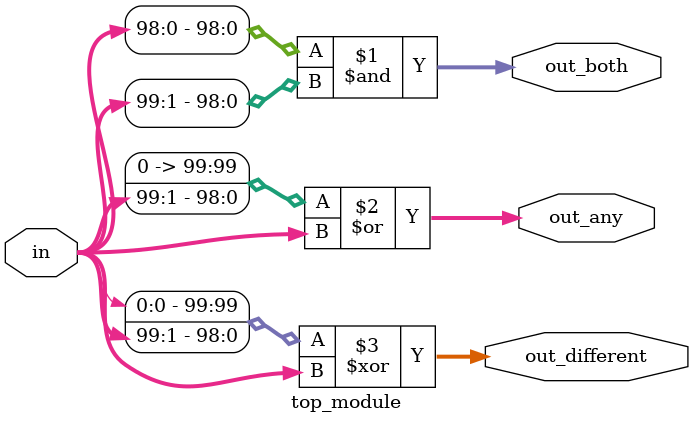
<source format=sv>
module top_module (
	input [99:0] in,
	output [98:0] out_both,
	output [99:0] out_any,
	output [99:0] out_different
);

	assign out_both = in[98:0] & in[99:1];
	
	assign out_any = {1'b0, in[99:1]} | in;
	
	assign out_different = {in[0], in[99:1]} ^ in;

endmodule

</source>
